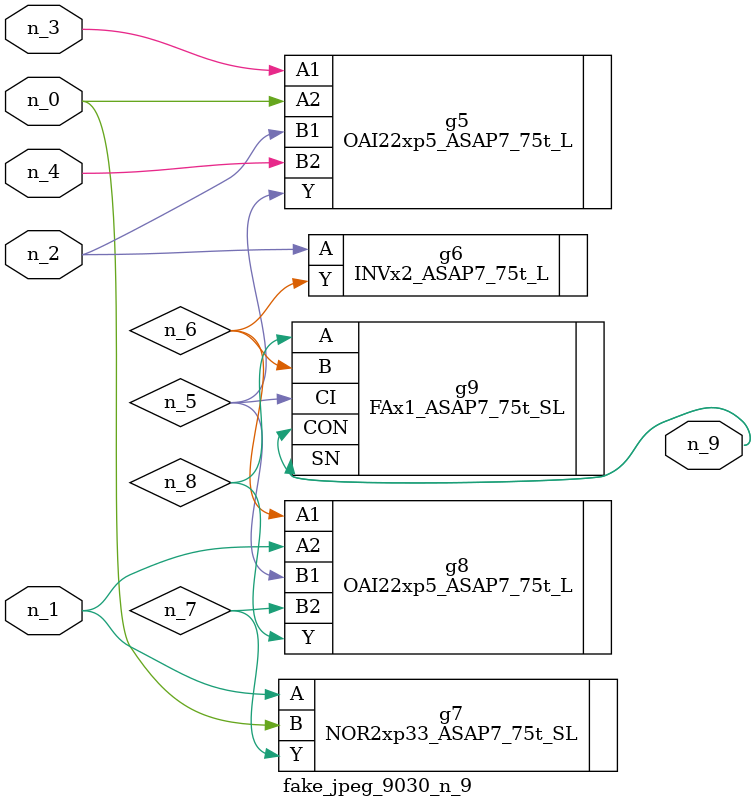
<source format=v>
module fake_jpeg_9030_n_9 (n_3, n_2, n_1, n_0, n_4, n_9);

input n_3;
input n_2;
input n_1;
input n_0;
input n_4;

output n_9;

wire n_8;
wire n_6;
wire n_5;
wire n_7;

OAI22xp5_ASAP7_75t_L g5 ( 
.A1(n_3),
.A2(n_0),
.B1(n_2),
.B2(n_4),
.Y(n_5)
);

INVx2_ASAP7_75t_L g6 ( 
.A(n_2),
.Y(n_6)
);

NOR2xp33_ASAP7_75t_SL g7 ( 
.A(n_1),
.B(n_0),
.Y(n_7)
);

OAI22xp5_ASAP7_75t_L g8 ( 
.A1(n_6),
.A2(n_1),
.B1(n_5),
.B2(n_7),
.Y(n_8)
);

FAx1_ASAP7_75t_SL g9 ( 
.A(n_8),
.B(n_6),
.CI(n_5),
.CON(n_9),
.SN(n_9)
);


endmodule
</source>
